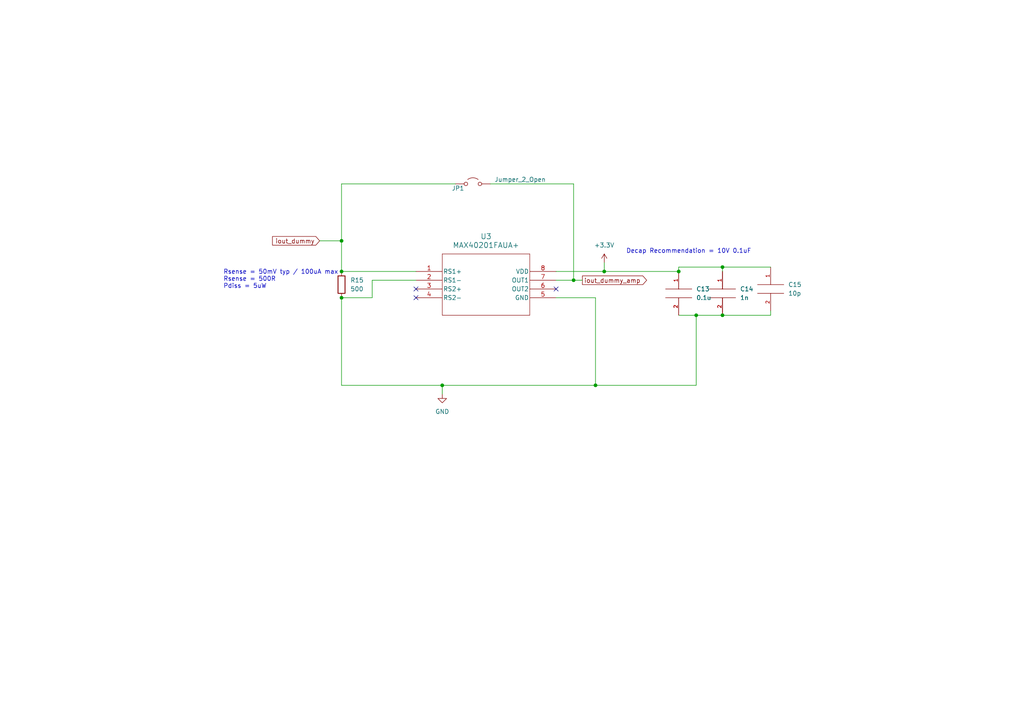
<source format=kicad_sch>
(kicad_sch (version 20231120) (generator "eeschema") (generator_version "8.0")
  (paper "A4")
  (lib_symbols
    (symbol "Device:R" (pin_numbers hide) (pin_names (offset 0))
      (property "Reference" "R" (at 2.032 0 90))
      (property "Value" "R" (at 0 0 90))
      (symbol "R_0_1"
        (rectangle (start -1.016 -2.54) (end 1.016 2.54) (stroke (width 0.254)))
      )
      (symbol "R_1_1"
        (pin passive line (at 0 3.81 270) (length 1.27) (name "~") (number "1"))
        (pin passive line (at 0 -3.81 90) (length 1.27) (name "~") (number "2"))
      )
    )
    (symbol "Jumper:Jumper_2_Open" (pin_numbers hide) (pin_names (offset 0) hide) (exclude_from_sim yes)
      (property "Reference" "JP" (at 0 2.794 0))
      (property "Value" "Jumper_2_Open" (at 0 -2.286 0))
      (symbol "Jumper_2_Open_0_0"
        (circle (center -2.032 0) (radius 0.508))
        (circle (center 2.032 0) (radius 0.508))
      )
      (symbol "Jumper_2_Open_0_1"
        (arc (start 1.524 1.27) (mid 0 1.778) (end -1.524 1.27))
      )
      (symbol "Jumper_2_Open_1_1"
        (pin passive line (at -5.08 0 0) (length 2.54) (name "A") (number "1"))
        (pin passive line (at 5.08 0 180) (length 2.54) (name "B") (number "2"))
      )
    )
    (symbol "_PHASE:MAX40201FAUA+" (pin_names (offset 0.254))
      (property "Reference" "U" (at 20.32 10.16 0))
      (property "Value" "MAX40201FAUA+" (at 20.32 7.62 0))
      (symbol "MAX40201FAUA+_0_1"
        (polyline (pts (xy 7.62 -12.7) (xy 33.02 -12.7)) (stroke (width 0.127)))
        (polyline (pts (xy 7.62 5.08) (xy 7.62 -12.7)) (stroke (width 0.127)))
        (polyline (pts (xy 33.02 -12.7) (xy 33.02 5.08)) (stroke (width 0.127)))
        (polyline (pts (xy 33.02 5.08) (xy 7.62 5.08)) (stroke (width 0.127)))
        (pin bidirectional line (at 0 0 0) (length 7.62) (name "RS1+") (number "1"))
        (pin bidirectional line (at 0 -2.54 0) (length 7.62) (name "RS1-") (number "2"))
        (pin bidirectional line (at 0 -5.08 0) (length 7.62) (name "RS2+") (number "3"))
        (pin bidirectional line (at 0 -7.62 0) (length 7.62) (name "RS2-") (number "4"))
        (pin power_out line (at 40.64 -7.62 180) (length 7.62) (name "GND") (number "5"))
        (pin output line (at 40.64 -5.08 180) (length 7.62) (name "OUT2") (number "6"))
        (pin output line (at 40.64 -2.54 180) (length 7.62) (name "OUT1") (number "7"))
        (pin power_in line (at 40.64 0 180) (length 7.62) (name "VDD") (number "8"))
      )
    )
    (symbol "power:+3.3V" (power) (pin_names (offset 0))
      (property "Value" "+3.3V" (at 0 3.556 0))
      (symbol "+3.3V_0_1"
        (polyline (pts (xy -0.762 1.27) (xy 0 2.54)))
        (polyline (pts (xy 0 0) (xy 0 2.54)))
        (polyline (pts (xy 0 2.54) (xy 0.762 1.27)))
      )
      (symbol "+3.3V_1_1"
        (pin power_in line (at 0 0 90) (length 0) hide (name "+3.3V") (number "1"))
      )
    )
    (symbol "power:GND" (power) (pin_names (offset 0))
      (property "Value" "GND" (at 0 -3.81 0))
      (symbol "GND_0_1"
        (polyline (pts (xy 0 0) (xy 0 -1.27) (xy 1.27 -1.27) (xy 0 -2.54) (xy -1.27 -1.27) (xy 0 -1.27)))
      )
      (symbol "GND_1_1"
        (pin power_in line (at 0 0 270) (length 0) hide (name "GND") (number "1"))
      )
    )
    (symbol "pspice:C" (pin_names (offset 0.254))
      (property "Reference" "C" (at 2.54 3.81 90))
      (property "Value" "C" (at 2.54 -3.81 90))
      (symbol "C_0_1"
        (polyline (pts (xy -3.81 -1.27) (xy 3.81 -1.27)))
        (polyline (pts (xy -3.81 1.27) (xy 3.81 1.27)))
      )
      (symbol "C_1_1"
        (pin passive line (at 0 6.35 270) (length 5.08) (name "~") (number "1"))
        (pin passive line (at 0 -6.35 90) (length 5.08) (name "~") (number "2"))
      )
    )
  )
  (junction (at 99.06 86.36))
  (junction (at 209.55 77.47))
  (junction (at 128.27 111.76))
  (junction (at 172.72 111.76))
  (junction (at 99.06 78.74))
  (junction (at 209.55 91.44))
  (junction (at 175.26 78.74))
  (junction (at 201.93 91.44))
  (junction (at 166.37 81.28))
  (junction (at 99.06 69.85))
  (junction (at 196.85 78.74))
  (no_connect (at 120.65 83.82))
  (no_connect (at 161.29 83.82))
  (no_connect (at 120.65 86.36))
  (wire (pts (xy 99.06 111.76) (xy 128.27 111.76)))
  (wire (pts (xy 201.93 91.44) (xy 201.93 111.76)))
  (wire (pts (xy 172.72 111.76) (xy 201.93 111.76)))
  (wire (pts (xy 196.85 91.44) (xy 201.93 91.44)))
  (wire (pts (xy 172.72 111.76) (xy 172.72 86.36)))
  (wire (pts (xy 201.93 91.44) (xy 209.55 91.44)))
  (wire (pts (xy 99.06 69.85) (xy 99.06 78.74)))
  (wire (pts (xy 99.06 53.34) (xy 99.06 69.85)))
  (wire (pts (xy 107.95 86.36) (xy 99.06 86.36)))
  (wire (pts (xy 99.06 78.74) (xy 120.65 78.74)))
  (wire (pts (xy 161.29 81.28) (xy 166.37 81.28)))
  (wire (pts (xy 99.06 86.36) (xy 99.06 111.76)))
  (wire (pts (xy 166.37 53.34) (xy 166.37 81.28)))
  (wire (pts (xy 196.85 78.74) (xy 196.85 77.47)))
  (wire (pts (xy 175.26 78.74) (xy 196.85 78.74)))
  (wire (pts (xy 161.29 78.74) (xy 175.26 78.74)))
  (wire (pts (xy 172.72 86.36) (xy 161.29 86.36)))
  (wire (pts (xy 209.55 78.74) (xy 209.55 77.47)))
  (wire (pts (xy 142.24 53.34) (xy 166.37 53.34)))
  (wire (pts (xy 223.52 91.44) (xy 223.52 90.17)))
  (wire (pts (xy 196.85 77.47) (xy 209.55 77.47)))
  (wire (pts (xy 107.95 81.28) (xy 120.65 81.28)))
  (wire (pts (xy 107.95 81.28) (xy 107.95 86.36)))
  (wire (pts (xy 128.27 111.76) (xy 172.72 111.76)))
  (wire (pts (xy 128.27 111.76) (xy 128.27 114.3)))
  (wire (pts (xy 92.71 69.85) (xy 99.06 69.85)))
  (wire (pts (xy 175.26 76.2) (xy 175.26 78.74)))
  (wire (pts (xy 209.55 77.47) (xy 223.52 77.47)))
  (wire (pts (xy 209.55 91.44) (xy 223.52 91.44)))
  (wire (pts (xy 166.37 81.28) (xy 168.91 81.28)))
  (wire (pts (xy 132.08 53.34) (xy 99.06 53.34)))
  (text "Decap Recommendation = 10V 0.1uF" (at 181.61 73.66 0) (effects (font (size 1.27 1.27)) (justify left bottom)))
  (text "Rsense = 50mV typ / 100uA max\nRsense = 500R\nPdiss = 5uW" (at 64.77 83.82 0) (effects (font (size 1.27 1.27)) (justify left bottom)))
  (global_label "iout_dummy" (shape input) (at 92.71 69.85 180) (property "Intersheetrefs" "${INTERSHEET_REFS}" (effects (hide yes))))
  (global_label "iout_dummy_amp" (shape output) (at 168.91 81.28 0) (property "Intersheetrefs" "${INTERSHEET_REFS}" (effects (hide yes))))
  (symbol (lib_id "pspice:C") (at 223.52 83.82 0) (unit 1)
    (property "Reference" "C15" (at 228.6 82.5499 0) (effects (justify left)))
    (property "Value" "10p" (at 228.6 85.0899 0) (effects (justify left)))
    (property "Footprint" "Capacitor_SMD:C_0402_1005Metric" (effects (hide yes)))
  )
  (symbol (lib_id "Device:R") (at 99.06 82.55 0) (unit 1)
    (property "Reference" "R15" (at 101.6 81.2799 0) (effects (justify left)))
    (property "Value" "500" (at 101.6 83.8199 0) (effects (justify left)))
    (property "Footprint" "Resistor_SMD:R_0603_1608Metric" (effects (hide yes)))
    (property "Datasheet" "Y1629500R000T9R" (effects (hide yes)))
  )
  (symbol (lib_id "power:+3.3V") (at 175.26 76.2 0) (unit 1)
    (property "Reference" "#PWR042" (effects (hide yes)))
    (property "Value" "+3.3V" (at 175.26 71.12 0))
  )
  (symbol (lib_id "_PHASE:MAX40201FAUA+") (at 120.65 78.74 0) (unit 1)
    (property "Reference" "U3" (at 140.97 68.58 0) (effects (font (size 1.524 1.524))))
    (property "Value" "MAX40201FAUA+" (at 140.97 71.12 0) (effects (font (size 1.524 1.524))))
    (property "Footprint" "726_footprints:MAX40201FAUA+" (effects (hide yes)))
    (property "Datasheet" "MAX40201FAUA+" (effects (hide yes)))
  )
  (symbol (lib_id "Jumper:Jumper_2_Open") (at 137.16 53.34 0) (unit 1) (exclude_from_sim yes)
    (property "Reference" "JP1" (at 132.842 54.61 0))
    (property "Value" "Jumper_2_Open" (at 150.876 52.07 0))
    (property "Footprint" "Jumper:SolderJumper-2_P1.3mm_Open_Pad1.0x1.5mm" (effects (hide yes)))
    (property "Description" "Jumper, 2-pole, open" (effects (hide yes)))
  )
  (symbol (lib_id "pspice:C") (at 196.85 85.09 0) (unit 1)
    (property "Reference" "C13" (at 201.93 83.8199 0) (effects (justify left)))
    (property "Value" "0.1u" (at 201.93 86.3599 0) (effects (justify left)))
    (property "Footprint" "Capacitor_SMD:C_0402_1005Metric" (effects (hide yes)))
  )
  (symbol (lib_id "pspice:C") (at 209.55 85.09 0) (unit 1)
    (property "Reference" "C14" (at 214.63 83.8199 0) (effects (justify left)))
    (property "Value" "1n" (at 214.63 86.3599 0) (effects (justify left)))
    (property "Footprint" "Capacitor_SMD:C_0402_1005Metric" (effects (hide yes)))
  )
  (symbol (lib_id "power:GND") (at 128.27 114.3 0) (unit 1)
    (property "Reference" "#PWR041" (effects (hide yes)))
    (property "Value" "GND" (at 128.27 119.38 0))
  )
)
</source>
